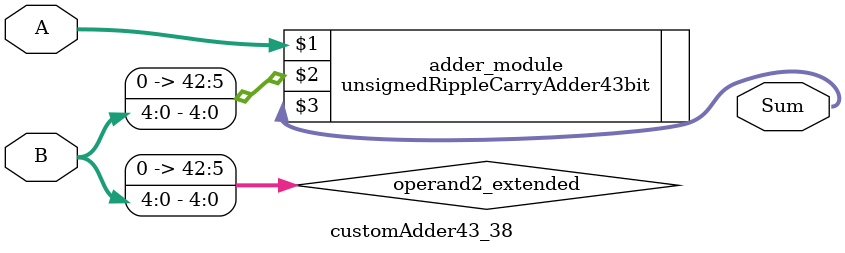
<source format=v>
module customAdder43_38(
                        input [42 : 0] A,
                        input [4 : 0] B,
                        
                        output [43 : 0] Sum
                );

        wire [42 : 0] operand2_extended;
        
        assign operand2_extended =  {38'b0, B};
        
        unsignedRippleCarryAdder43bit adder_module(
            A,
            operand2_extended,
            Sum
        );
        
        endmodule
        
</source>
